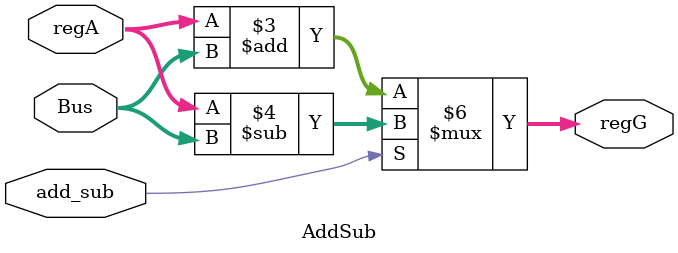
<source format=v>
module AddSub(
              input wire [8:0] regA,
				  input wire [8:0] Bus,
				  input wire add_sub, //0 for add, 1 for sub
				  output reg [8:0] regG
				  );
					
					always @(regA)
						begin
					   if (~add_sub)
							regG <= regA + Bus;
						else
							regG <= regA - Bus;
						end
endmodule

				  
</source>
